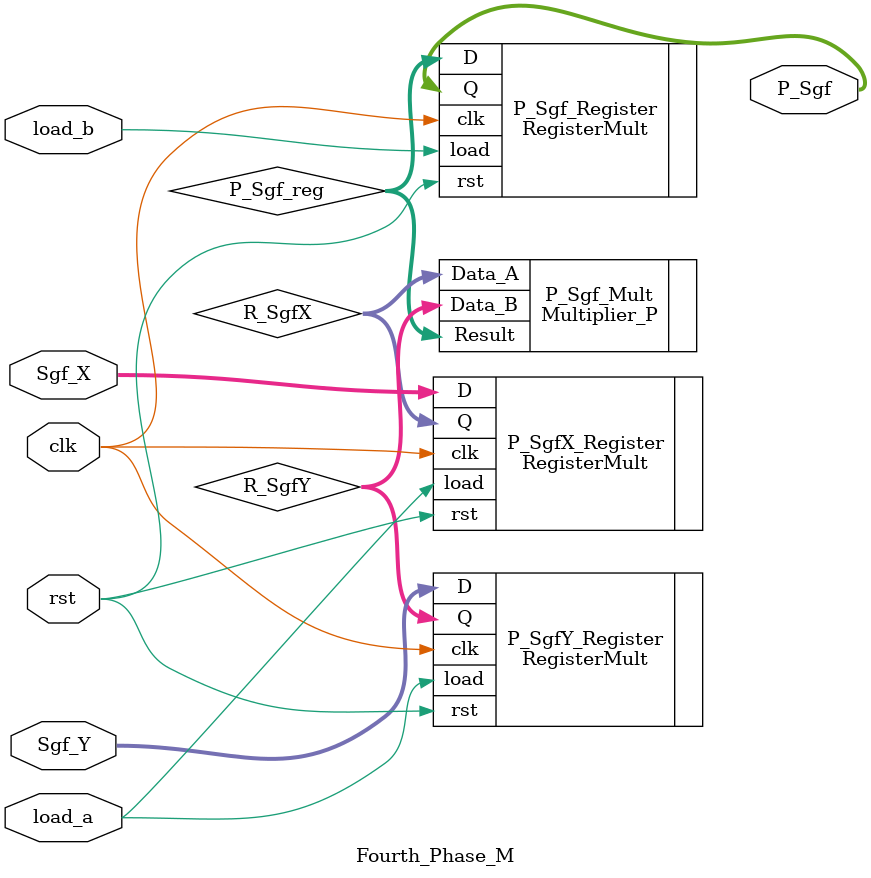
<source format=v>
`timescale 1ns / 1ps

//This module stores the result of the multiplication of the significands

module Fourth_Phase_M
	//SINGLE PRECISION PARAMETER
	# (parameter W_Sgf = 23)
	//DOUBLE PRECISION PARAMETER
/* # (parameter W_Sgf = 52) */
	(

		input wire clk,
		input wire rst,
		input wire load_a,
		input wire load_b,
		input wire [W_Sgf:0] Sgf_X,
		input wire [W_Sgf:0] Sgf_Y,
		
		output wire [2*W_Sgf+1:0] P_Sgf
    );


/////////////////////////////////////
wire [W_Sgf:0] R_SgfX;
wire [W_Sgf:0] R_SgfY;
/////////////////////////////////////

wire [2*W_Sgf+1:0] P_Sgf_reg;

//**********SOLUTION CLK SKEW ******************************////
RegisterMult #(.W(W_Sgf+1)) P_SgfX_Register (
    .clk(clk), 
    .rst(rst), 
    .load(load_a), 
    .D(Sgf_X), 
    .Q(R_SgfX)
    );

RegisterMult #(.W(W_Sgf+1)) P_SgfY_Register (
    .clk(clk), 
    .rst(rst), 
    .load(load_a), 
    .D(Sgf_Y), 
    .Q(R_SgfY)
    );

/////////////////////////////////////////////////////////////////


//Multiplier Module
Multiplier_P #(.W_Sgf(W_Sgf)) P_Sgf_Mult (
    .Data_A(R_SgfX), 
    .Data_B(R_SgfY), 
    .Result(P_Sgf_reg)
    );

//Register that stores the multiplication result
RegisterMult #(.W(2*W_Sgf+2)) P_Sgf_Register (
    .clk(clk), 
    .rst(rst), 
    .load(load_b), 
    .D(P_Sgf_reg), 
    .Q(P_Sgf)
    );



endmodule

</source>
